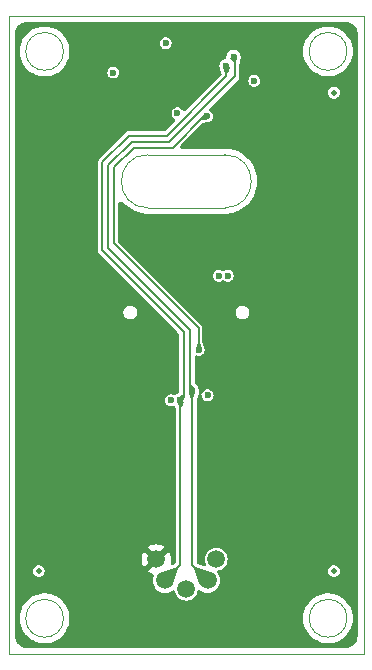
<source format=gbr>
%TF.GenerationSoftware,KiCad,Pcbnew,8.0.4*%
%TF.CreationDate,2024-11-15T13:14:51-06:00*%
%TF.ProjectId,BM_DepthIMU_v2,424d5f44-6570-4746-9849-4d555f76322e,rev?*%
%TF.SameCoordinates,Original*%
%TF.FileFunction,Copper,L4,Bot*%
%TF.FilePolarity,Positive*%
%FSLAX46Y46*%
G04 Gerber Fmt 4.6, Leading zero omitted, Abs format (unit mm)*
G04 Created by KiCad (PCBNEW 8.0.4) date 2024-11-15 13:14:51*
%MOMM*%
%LPD*%
G01*
G04 APERTURE LIST*
%TA.AperFunction,SMDPad,CuDef*%
%ADD10C,0.500000*%
%TD*%
%TA.AperFunction,ComponentPad*%
%ADD11C,1.500000*%
%TD*%
%TA.AperFunction,ViaPad*%
%ADD12C,0.600000*%
%TD*%
%TA.AperFunction,Conductor*%
%ADD13C,0.200000*%
%TD*%
%TA.AperFunction,Profile*%
%ADD14C,0.050000*%
%TD*%
G04 APERTURE END LIST*
D10*
%TO.P,FD5,*%
%TO.N,*%
X162590000Y-115500000D03*
%TD*%
%TO.P,FD6,*%
%TO.N,*%
X162590000Y-75000000D03*
%TD*%
%TO.P,FD4,*%
%TO.N,*%
X137590000Y-115500000D03*
%TD*%
D11*
%TO.P,U2,1,EOC*%
%TO.N,EOC*%
X152630000Y-114500000D03*
%TO.P,U2,2,SDA*%
%TO.N,SDA*%
X151885000Y-116295000D03*
%TO.P,U2,3,SUP*%
%TO.N,+3.3V*%
X150090000Y-117040000D03*
%TO.P,U2,4,SCL*%
%TO.N,SLC*%
X148295000Y-116295000D03*
%TO.P,U2,5,GND*%
%TO.N,GND*%
X147550000Y-114500000D03*
%TD*%
D12*
%TO.N,GND*%
X142590000Y-89750000D03*
X145090000Y-85750000D03*
X148090000Y-86250000D03*
X151340000Y-86250000D03*
X155590000Y-85500000D03*
X156840000Y-82250000D03*
X154840000Y-79250000D03*
X146390000Y-102050000D03*
X153590000Y-95500000D03*
X141540000Y-119500000D03*
X159590000Y-73500000D03*
X159090000Y-95500000D03*
X159590000Y-117000000D03*
X158590000Y-119500000D03*
X152090000Y-94250000D03*
X148840000Y-73500000D03*
X147840000Y-95250000D03*
X159090000Y-88000000D03*
X141090000Y-94500000D03*
X159090000Y-94500000D03*
X146590000Y-72200000D03*
X141090000Y-96500000D03*
X140590000Y-74000000D03*
X151290000Y-73476471D03*
X146340000Y-88250000D03*
X151790000Y-90500000D03*
X159090000Y-96500000D03*
X148990000Y-90500000D03*
X142440000Y-105150000D03*
X149590000Y-70750000D03*
X148590000Y-112000000D03*
X141590000Y-71500000D03*
X148190000Y-90500000D03*
X141090000Y-95500000D03*
X151040000Y-90500000D03*
X159940000Y-105300000D03*
X140590000Y-117000000D03*
X141340000Y-86250000D03*
X158590000Y-71500000D03*
X138090000Y-75000000D03*
X160840000Y-81500000D03*
X150090000Y-72850000D03*
X158340000Y-111250000D03*
X150090000Y-74150000D03*
X141340000Y-82250000D03*
X143090000Y-79000000D03*
X145190000Y-71450000D03*
X155040000Y-76300000D03*
X145640000Y-112300000D03*
X146840000Y-76250000D03*
X154640000Y-101750000D03*
X151590000Y-79000000D03*
%TO.N,+3.3V*%
X155840000Y-74000000D03*
X148789997Y-101050000D03*
X153590000Y-90500000D03*
X148340000Y-70800000D03*
X143905667Y-73289626D03*
X151886321Y-100620210D03*
X152840000Y-90500000D03*
X149340000Y-76750000D03*
%TO.N,SDA*%
X154090000Y-71950000D03*
X150590000Y-100300000D03*
%TO.N,SLC*%
X149590000Y-101050000D03*
X153490000Y-72750000D03*
%TO.N,~{IMU_INT}*%
X151140000Y-96750000D03*
X151840000Y-77000000D03*
%TD*%
D13*
%TO.N,~{IMU_INT}*%
X143987409Y-87745938D02*
X151140000Y-94898529D01*
X145655825Y-79650000D02*
X143987409Y-81318416D01*
X151140000Y-94898529D02*
X151140000Y-96750000D01*
X151590000Y-77000000D02*
X148940000Y-79650000D01*
X148940000Y-79650000D02*
X145655825Y-79650000D01*
X143987409Y-81318416D02*
X143987409Y-87745938D01*
X151840000Y-77000000D02*
X151590000Y-77000000D01*
%TO.N,SDA*%
X150440000Y-100150000D02*
X150590000Y-100300000D01*
X143487409Y-88147409D02*
X150440000Y-95100000D01*
X143487409Y-81111309D02*
X143487409Y-88147409D01*
X145448718Y-79150000D02*
X143487409Y-81111309D01*
X148637056Y-79150000D02*
X145448718Y-79150000D01*
X154190000Y-73597056D02*
X148637056Y-79150000D01*
X154190000Y-72050000D02*
X154190000Y-73597056D01*
X154090000Y-71950000D02*
X154190000Y-72050000D01*
X150440000Y-95100000D02*
X150440000Y-100150000D01*
%TO.N,SLC*%
X148433503Y-78646447D02*
X148340000Y-78646447D01*
X153490000Y-73589950D02*
X148433503Y-78646447D01*
X148340000Y-78646447D02*
X145245164Y-78646447D01*
X153490000Y-72750000D02*
X153490000Y-73589950D01*
X149861447Y-100778553D02*
X149861447Y-95228553D01*
X149590000Y-101050000D02*
X149861447Y-100778553D01*
X142987409Y-88354515D02*
X149861447Y-95228553D01*
X142987409Y-80904202D02*
X142987409Y-88354515D01*
X145245164Y-78646447D02*
X142987409Y-80904202D01*
%TO.N,SDA*%
X154063529Y-71976471D02*
X154090000Y-71950000D01*
X150590000Y-115000000D02*
X150590000Y-100300000D01*
X151885000Y-116295000D02*
X150590000Y-115000000D01*
%TO.N,SLC*%
X149590000Y-101050000D02*
X149590000Y-115000000D01*
X149590000Y-115000000D02*
X148295000Y-116295000D01*
%TD*%
%TA.AperFunction,Conductor*%
%TO.N,GND*%
G36*
X163601137Y-69001096D02*
G01*
X163772941Y-69018018D01*
X163796769Y-69022757D01*
X163961001Y-69072576D01*
X163983453Y-69081877D01*
X164134798Y-69162772D01*
X164155010Y-69176277D01*
X164287666Y-69285145D01*
X164304854Y-69302333D01*
X164413722Y-69434989D01*
X164427227Y-69455201D01*
X164508121Y-69606543D01*
X164517424Y-69629001D01*
X164567240Y-69793224D01*
X164571982Y-69817064D01*
X164586663Y-69966123D01*
X164588903Y-69988860D01*
X164589500Y-70001015D01*
X164589500Y-120998983D01*
X164588903Y-121011137D01*
X164571982Y-121182934D01*
X164567240Y-121206775D01*
X164517424Y-121370998D01*
X164508121Y-121393456D01*
X164427227Y-121544798D01*
X164413722Y-121565010D01*
X164304854Y-121697666D01*
X164287666Y-121714854D01*
X164155010Y-121823722D01*
X164134798Y-121837227D01*
X163983456Y-121918121D01*
X163960998Y-121927424D01*
X163796775Y-121977240D01*
X163772935Y-121981982D01*
X163667046Y-121992411D01*
X163601136Y-121998903D01*
X163588984Y-121999500D01*
X136591016Y-121999500D01*
X136578862Y-121998903D01*
X136407065Y-121981982D01*
X136383224Y-121977240D01*
X136219001Y-121927424D01*
X136196543Y-121918121D01*
X136045201Y-121837227D01*
X136024989Y-121823722D01*
X135892333Y-121714854D01*
X135875145Y-121697666D01*
X135766277Y-121565010D01*
X135752772Y-121544798D01*
X135671878Y-121393456D01*
X135662575Y-121370998D01*
X135662080Y-121369365D01*
X135612757Y-121206769D01*
X135608018Y-121182941D01*
X135591097Y-121011137D01*
X135590500Y-120998983D01*
X135590500Y-119500000D01*
X135984592Y-119500000D01*
X136004201Y-119786680D01*
X136062666Y-120068034D01*
X136062667Y-120068037D01*
X136158894Y-120338793D01*
X136158893Y-120338793D01*
X136291098Y-120593935D01*
X136456812Y-120828700D01*
X136541923Y-120919831D01*
X136652947Y-121038708D01*
X136830225Y-121182934D01*
X136875853Y-121220055D01*
X137121382Y-121369365D01*
X137308237Y-121450526D01*
X137384942Y-121483844D01*
X137661642Y-121561371D01*
X137911920Y-121595771D01*
X137946321Y-121600500D01*
X137946322Y-121600500D01*
X138233679Y-121600500D01*
X138264370Y-121596281D01*
X138518358Y-121561371D01*
X138795058Y-121483844D01*
X139003153Y-121393456D01*
X139058617Y-121369365D01*
X139058620Y-121369363D01*
X139058625Y-121369361D01*
X139304147Y-121220055D01*
X139527053Y-121038708D01*
X139723189Y-120828698D01*
X139888901Y-120593936D01*
X140021104Y-120338797D01*
X140117334Y-120068032D01*
X140175798Y-119786686D01*
X140195408Y-119500000D01*
X159984592Y-119500000D01*
X160004201Y-119786680D01*
X160062666Y-120068034D01*
X160062667Y-120068037D01*
X160158894Y-120338793D01*
X160158893Y-120338793D01*
X160291098Y-120593935D01*
X160456812Y-120828700D01*
X160541923Y-120919831D01*
X160652947Y-121038708D01*
X160830225Y-121182934D01*
X160875853Y-121220055D01*
X161121382Y-121369365D01*
X161308237Y-121450526D01*
X161384942Y-121483844D01*
X161661642Y-121561371D01*
X161911920Y-121595771D01*
X161946321Y-121600500D01*
X161946322Y-121600500D01*
X162233679Y-121600500D01*
X162264370Y-121596281D01*
X162518358Y-121561371D01*
X162795058Y-121483844D01*
X163003153Y-121393456D01*
X163058617Y-121369365D01*
X163058620Y-121369363D01*
X163058625Y-121369361D01*
X163304147Y-121220055D01*
X163527053Y-121038708D01*
X163723189Y-120828698D01*
X163888901Y-120593936D01*
X164021104Y-120338797D01*
X164117334Y-120068032D01*
X164175798Y-119786686D01*
X164195408Y-119500000D01*
X164175798Y-119213314D01*
X164117334Y-118931968D01*
X164021105Y-118661206D01*
X164021106Y-118661206D01*
X163888901Y-118406064D01*
X163723187Y-118171299D01*
X163644554Y-118087105D01*
X163527053Y-117961292D01*
X163304147Y-117779945D01*
X163304146Y-117779944D01*
X163058617Y-117630634D01*
X162795063Y-117516158D01*
X162795061Y-117516157D01*
X162795058Y-117516156D01*
X162665578Y-117479877D01*
X162518364Y-117438630D01*
X162518359Y-117438629D01*
X162518358Y-117438629D01*
X162376018Y-117419064D01*
X162233679Y-117399500D01*
X162233678Y-117399500D01*
X161946322Y-117399500D01*
X161946321Y-117399500D01*
X161661642Y-117438629D01*
X161661635Y-117438630D01*
X161453861Y-117496845D01*
X161384942Y-117516156D01*
X161384939Y-117516156D01*
X161384936Y-117516158D01*
X161384935Y-117516158D01*
X161121382Y-117630634D01*
X160875853Y-117779944D01*
X160652950Y-117961289D01*
X160456812Y-118171299D01*
X160291098Y-118406064D01*
X160158894Y-118661206D01*
X160062667Y-118931962D01*
X160062666Y-118931965D01*
X160004201Y-119213319D01*
X159984592Y-119500000D01*
X140195408Y-119500000D01*
X140175798Y-119213314D01*
X140117334Y-118931968D01*
X140021105Y-118661206D01*
X140021106Y-118661206D01*
X139888901Y-118406064D01*
X139723187Y-118171299D01*
X139644554Y-118087105D01*
X139527053Y-117961292D01*
X139304147Y-117779945D01*
X139304146Y-117779944D01*
X139058617Y-117630634D01*
X138795063Y-117516158D01*
X138795061Y-117516157D01*
X138795058Y-117516156D01*
X138665578Y-117479877D01*
X138518364Y-117438630D01*
X138518359Y-117438629D01*
X138518358Y-117438629D01*
X138376018Y-117419064D01*
X138233679Y-117399500D01*
X138233678Y-117399500D01*
X137946322Y-117399500D01*
X137946321Y-117399500D01*
X137661642Y-117438629D01*
X137661635Y-117438630D01*
X137453861Y-117496845D01*
X137384942Y-117516156D01*
X137384939Y-117516156D01*
X137384936Y-117516158D01*
X137384935Y-117516158D01*
X137121382Y-117630634D01*
X136875853Y-117779944D01*
X136652950Y-117961289D01*
X136456812Y-118171299D01*
X136291098Y-118406064D01*
X136158894Y-118661206D01*
X136062667Y-118931962D01*
X136062666Y-118931965D01*
X136004201Y-119213319D01*
X135984592Y-119500000D01*
X135590500Y-119500000D01*
X135590500Y-115500000D01*
X137084353Y-115500000D01*
X137104834Y-115642456D01*
X137135019Y-115708550D01*
X137164623Y-115773373D01*
X137258872Y-115882143D01*
X137379947Y-115959953D01*
X137379950Y-115959954D01*
X137379949Y-115959954D01*
X137518036Y-116000499D01*
X137518038Y-116000500D01*
X137518039Y-116000500D01*
X137661962Y-116000500D01*
X137661962Y-116000499D01*
X137800053Y-115959953D01*
X137921128Y-115882143D01*
X138015377Y-115773373D01*
X138075165Y-115642457D01*
X138095647Y-115500000D01*
X138075165Y-115357543D01*
X138015377Y-115226627D01*
X137921128Y-115117857D01*
X137800053Y-115040047D01*
X137800051Y-115040046D01*
X137800049Y-115040045D01*
X137800050Y-115040045D01*
X137661963Y-114999500D01*
X137661961Y-114999500D01*
X137518039Y-114999500D01*
X137518036Y-114999500D01*
X137379949Y-115040045D01*
X137258873Y-115117856D01*
X137164623Y-115226626D01*
X137164622Y-115226628D01*
X137104834Y-115357543D01*
X137084353Y-115500000D01*
X135590500Y-115500000D01*
X135590500Y-114499999D01*
X146295225Y-114499999D01*
X146295225Y-114500000D01*
X146314287Y-114717884D01*
X146314289Y-114717894D01*
X146370894Y-114929150D01*
X146370898Y-114929159D01*
X146463333Y-115127387D01*
X146506874Y-115189571D01*
X147196446Y-114500000D01*
X146506874Y-113810428D01*
X146463333Y-113872613D01*
X146370898Y-114070840D01*
X146370894Y-114070849D01*
X146314289Y-114282105D01*
X146314287Y-114282115D01*
X146295225Y-114499999D01*
X135590500Y-114499999D01*
X135590500Y-113456874D01*
X146860428Y-113456874D01*
X147550000Y-114146446D01*
X147550001Y-114146446D01*
X148239571Y-113456874D01*
X148177387Y-113413333D01*
X147979159Y-113320898D01*
X147979150Y-113320894D01*
X147767894Y-113264289D01*
X147767884Y-113264287D01*
X147550001Y-113245225D01*
X147549999Y-113245225D01*
X147332115Y-113264287D01*
X147332105Y-113264289D01*
X147120849Y-113320894D01*
X147120840Y-113320898D01*
X146922613Y-113413333D01*
X146860428Y-113456874D01*
X135590500Y-113456874D01*
X135590500Y-93524234D01*
X144764500Y-93524234D01*
X144764500Y-93675765D01*
X144803719Y-93822136D01*
X144841602Y-93887750D01*
X144879485Y-93953365D01*
X144986635Y-94060515D01*
X145117865Y-94136281D01*
X145264234Y-94175500D01*
X145264236Y-94175500D01*
X145415764Y-94175500D01*
X145415766Y-94175500D01*
X145562135Y-94136281D01*
X145693365Y-94060515D01*
X145800515Y-93953365D01*
X145876281Y-93822135D01*
X145915500Y-93675766D01*
X145915500Y-93524234D01*
X145876281Y-93377865D01*
X145800515Y-93246635D01*
X145693365Y-93139485D01*
X145627750Y-93101602D01*
X145562136Y-93063719D01*
X145488950Y-93044109D01*
X145415766Y-93024500D01*
X145264234Y-93024500D01*
X145117863Y-93063719D01*
X144986635Y-93139485D01*
X144986632Y-93139487D01*
X144879487Y-93246632D01*
X144879485Y-93246635D01*
X144803719Y-93377863D01*
X144764500Y-93524234D01*
X135590500Y-93524234D01*
X135590500Y-80851475D01*
X142586909Y-80851475D01*
X142586909Y-88407241D01*
X142614202Y-88509104D01*
X142640565Y-88554765D01*
X142666929Y-88600428D01*
X142666930Y-88600429D01*
X142666931Y-88600430D01*
X149424628Y-95358126D01*
X149458113Y-95419449D01*
X149460947Y-95445807D01*
X149460947Y-100338494D01*
X149441262Y-100405533D01*
X149409271Y-100439217D01*
X149302374Y-100515974D01*
X149292070Y-100522627D01*
X149287158Y-100525463D01*
X149259524Y-100546666D01*
X149256371Y-100549007D01*
X149210841Y-100581702D01*
X149191569Y-100596743D01*
X149190154Y-100597942D01*
X149190140Y-100597954D01*
X149188455Y-100599538D01*
X149126117Y-100631094D01*
X149056615Y-100623937D01*
X149036514Y-100613480D01*
X149000050Y-100590046D01*
X149000047Y-100590045D01*
X148861960Y-100549500D01*
X148861958Y-100549500D01*
X148718036Y-100549500D01*
X148718033Y-100549500D01*
X148579946Y-100590045D01*
X148458870Y-100667856D01*
X148364620Y-100776626D01*
X148364619Y-100776628D01*
X148304831Y-100907543D01*
X148284350Y-101050000D01*
X148304831Y-101192456D01*
X148344852Y-101280088D01*
X148364620Y-101323373D01*
X148458869Y-101432143D01*
X148579944Y-101509953D01*
X148579947Y-101509954D01*
X148579946Y-101509954D01*
X148718033Y-101550499D01*
X148718035Y-101550500D01*
X148718036Y-101550500D01*
X148861958Y-101550500D01*
X148991096Y-101512582D01*
X149060965Y-101512582D01*
X149119743Y-101550356D01*
X149142508Y-101589028D01*
X149181978Y-101697122D01*
X149189500Y-101739653D01*
X149189500Y-114782745D01*
X149169815Y-114849784D01*
X149153172Y-114870434D01*
X149151530Y-114872077D01*
X149149937Y-114873670D01*
X149102538Y-114903254D01*
X148919248Y-114966188D01*
X148849449Y-114969342D01*
X148789026Y-114934258D01*
X148757163Y-114872077D01*
X148759204Y-114816815D01*
X148785711Y-114717890D01*
X148785712Y-114717884D01*
X148804775Y-114500000D01*
X148804775Y-114499999D01*
X148785712Y-114282115D01*
X148785710Y-114282105D01*
X148729105Y-114070849D01*
X148729101Y-114070840D01*
X148636667Y-113872614D01*
X148636666Y-113872612D01*
X148593124Y-113810428D01*
X148593124Y-113810427D01*
X147844855Y-114558697D01*
X147850000Y-114539496D01*
X147850000Y-114460504D01*
X147829556Y-114384204D01*
X147790060Y-114315795D01*
X147734205Y-114259940D01*
X147665796Y-114220444D01*
X147589496Y-114200000D01*
X147510504Y-114200000D01*
X147434204Y-114220444D01*
X147365795Y-114259940D01*
X147309940Y-114315795D01*
X147270444Y-114384204D01*
X147250000Y-114460504D01*
X147250000Y-114539496D01*
X147270444Y-114615796D01*
X147309940Y-114684205D01*
X147365795Y-114740060D01*
X147434204Y-114779556D01*
X147510504Y-114800000D01*
X147589496Y-114800000D01*
X147608697Y-114794855D01*
X147550000Y-114853553D01*
X146860427Y-115543124D01*
X146922612Y-115586666D01*
X147120840Y-115679101D01*
X147120849Y-115679105D01*
X147243024Y-115711841D01*
X147302684Y-115748205D01*
X147333214Y-115811052D01*
X147324920Y-115880428D01*
X147320294Y-115890061D01*
X147319770Y-115891040D01*
X147319770Y-115891041D01*
X147259699Y-116089067D01*
X147239417Y-116295000D01*
X147259699Y-116500932D01*
X147259700Y-116500934D01*
X147319768Y-116698954D01*
X147417315Y-116881450D01*
X147451969Y-116923677D01*
X147548589Y-117041410D01*
X147622378Y-117101966D01*
X147708550Y-117172685D01*
X147891046Y-117270232D01*
X148089066Y-117330300D01*
X148089065Y-117330300D01*
X148107529Y-117332118D01*
X148295000Y-117350583D01*
X148500934Y-117330300D01*
X148698954Y-117270232D01*
X148881450Y-117172685D01*
X148948708Y-117117487D01*
X149013018Y-117090175D01*
X149081886Y-117101966D01*
X149133446Y-117149118D01*
X149150776Y-117201185D01*
X149153253Y-117226332D01*
X149153253Y-117226333D01*
X149207604Y-117405502D01*
X149295862Y-117570623D01*
X149295864Y-117570626D01*
X149414642Y-117715357D01*
X149559373Y-117834135D01*
X149559376Y-117834137D01*
X149724497Y-117922395D01*
X149724499Y-117922396D01*
X149903666Y-117976746D01*
X149903668Y-117976747D01*
X149920374Y-117978392D01*
X150090000Y-117995099D01*
X150276331Y-117976747D01*
X150455501Y-117922396D01*
X150620625Y-117834136D01*
X150765357Y-117715357D01*
X150884136Y-117570625D01*
X150972396Y-117405501D01*
X151026747Y-117226331D01*
X151029223Y-117201188D01*
X151055382Y-117136402D01*
X151112416Y-117096042D01*
X151182216Y-117092923D01*
X151231290Y-117117487D01*
X151254339Y-117136402D01*
X151298550Y-117172685D01*
X151481046Y-117270232D01*
X151679066Y-117330300D01*
X151679065Y-117330300D01*
X151697529Y-117332118D01*
X151885000Y-117350583D01*
X152090934Y-117330300D01*
X152288954Y-117270232D01*
X152471450Y-117172685D01*
X152631410Y-117041410D01*
X152762685Y-116881450D01*
X152860232Y-116698954D01*
X152920300Y-116500934D01*
X152940583Y-116295000D01*
X152920300Y-116089066D01*
X152860232Y-115891046D01*
X152762685Y-115708550D01*
X152734819Y-115674595D01*
X152707487Y-115641290D01*
X152680175Y-115576980D01*
X152691966Y-115508113D01*
X152699386Y-115500000D01*
X162084353Y-115500000D01*
X162104834Y-115642456D01*
X162135019Y-115708550D01*
X162164623Y-115773373D01*
X162258872Y-115882143D01*
X162379947Y-115959953D01*
X162379950Y-115959954D01*
X162379949Y-115959954D01*
X162518036Y-116000499D01*
X162518038Y-116000500D01*
X162518039Y-116000500D01*
X162661962Y-116000500D01*
X162661962Y-116000499D01*
X162800053Y-115959953D01*
X162921128Y-115882143D01*
X163015377Y-115773373D01*
X163075165Y-115642457D01*
X163095647Y-115500000D01*
X163075165Y-115357543D01*
X163015377Y-115226627D01*
X162921128Y-115117857D01*
X162800053Y-115040047D01*
X162800051Y-115040046D01*
X162800049Y-115040045D01*
X162800050Y-115040045D01*
X162661963Y-114999500D01*
X162661961Y-114999500D01*
X162518039Y-114999500D01*
X162518036Y-114999500D01*
X162379949Y-115040045D01*
X162258873Y-115117856D01*
X162164623Y-115226626D01*
X162164622Y-115226628D01*
X162104834Y-115357543D01*
X162084353Y-115500000D01*
X152699386Y-115500000D01*
X152739119Y-115456553D01*
X152791187Y-115439223D01*
X152816331Y-115436747D01*
X152995501Y-115382396D01*
X153160625Y-115294136D01*
X153305357Y-115175357D01*
X153424136Y-115030625D01*
X153512396Y-114865501D01*
X153566747Y-114686331D01*
X153585099Y-114500000D01*
X153566747Y-114313669D01*
X153512396Y-114134499D01*
X153424136Y-113969375D01*
X153424135Y-113969373D01*
X153305357Y-113824642D01*
X153160626Y-113705864D01*
X153160623Y-113705862D01*
X152995502Y-113617604D01*
X152816333Y-113563253D01*
X152816331Y-113563252D01*
X152630000Y-113544901D01*
X152443668Y-113563252D01*
X152443666Y-113563253D01*
X152264497Y-113617604D01*
X152099376Y-113705862D01*
X152099373Y-113705864D01*
X151954642Y-113824642D01*
X151835864Y-113969373D01*
X151835862Y-113969376D01*
X151747604Y-114134497D01*
X151693253Y-114313666D01*
X151693252Y-114313668D01*
X151674901Y-114500000D01*
X151693252Y-114686331D01*
X151693253Y-114686333D01*
X151747604Y-114865502D01*
X151774279Y-114915408D01*
X151788521Y-114983811D01*
X151763521Y-115049055D01*
X151707216Y-115090425D01*
X151637482Y-115094787D01*
X151624652Y-115091140D01*
X151077464Y-114903256D01*
X151030052Y-114873658D01*
X151026819Y-114870425D01*
X150993334Y-114809102D01*
X150990500Y-114782744D01*
X150990500Y-100989653D01*
X150998022Y-100947122D01*
X151060276Y-100776628D01*
X151142819Y-100550570D01*
X151183129Y-100495940D01*
X151330213Y-100495940D01*
X151367714Y-100532927D01*
X151383037Y-100601096D01*
X151382034Y-100610744D01*
X151380674Y-100620206D01*
X151380674Y-100620209D01*
X151401155Y-100762666D01*
X151460943Y-100893581D01*
X151460944Y-100893583D01*
X151555193Y-101002353D01*
X151676268Y-101080163D01*
X151676271Y-101080164D01*
X151676270Y-101080164D01*
X151814357Y-101120709D01*
X151814359Y-101120710D01*
X151814360Y-101120710D01*
X151958283Y-101120710D01*
X151958283Y-101120709D01*
X152096374Y-101080163D01*
X152217449Y-101002353D01*
X152311698Y-100893583D01*
X152371486Y-100762667D01*
X152391968Y-100620210D01*
X152371486Y-100477753D01*
X152311698Y-100346837D01*
X152217449Y-100238067D01*
X152096374Y-100160257D01*
X152096372Y-100160256D01*
X152096370Y-100160255D01*
X152096371Y-100160255D01*
X151958284Y-100119710D01*
X151958282Y-100119710D01*
X151814360Y-100119710D01*
X151814357Y-100119710D01*
X151676270Y-100160255D01*
X151555194Y-100238066D01*
X151460944Y-100346836D01*
X151423313Y-100429236D01*
X151377557Y-100482039D01*
X151330213Y-100495940D01*
X151183129Y-100495940D01*
X151184301Y-100494352D01*
X151236817Y-100474350D01*
X151197724Y-100429233D01*
X151187580Y-100361538D01*
X151195682Y-100300000D01*
X151187528Y-100238067D01*
X151181923Y-100195492D01*
X151175044Y-100143238D01*
X151114536Y-99997159D01*
X151114535Y-99997158D01*
X151114535Y-99997157D01*
X151051222Y-99914646D01*
X151039036Y-99895302D01*
X151038738Y-99894717D01*
X151038240Y-99893735D01*
X150866135Y-99669509D01*
X150840931Y-99604344D01*
X150840500Y-99594009D01*
X150840500Y-97349333D01*
X150860185Y-97282294D01*
X150912989Y-97236539D01*
X150982147Y-97226595D01*
X150999431Y-97230355D01*
X151020492Y-97236539D01*
X151068038Y-97250500D01*
X151068039Y-97250500D01*
X151211962Y-97250500D01*
X151211962Y-97250499D01*
X151350053Y-97209953D01*
X151471128Y-97132143D01*
X151565377Y-97023373D01*
X151625165Y-96892457D01*
X151645647Y-96750000D01*
X151625165Y-96607543D01*
X151616334Y-96588207D01*
X151607914Y-96560099D01*
X151607882Y-96560108D01*
X151607670Y-96559285D01*
X151606593Y-96555692D01*
X151606364Y-96554209D01*
X151448022Y-96120561D01*
X151440500Y-96078030D01*
X151440500Y-94858968D01*
X151420020Y-94782538D01*
X151420017Y-94782533D01*
X151380464Y-94714024D01*
X151380458Y-94714016D01*
X150190676Y-93524234D01*
X154264500Y-93524234D01*
X154264500Y-93675765D01*
X154303719Y-93822136D01*
X154341602Y-93887750D01*
X154379485Y-93953365D01*
X154486635Y-94060515D01*
X154617865Y-94136281D01*
X154764234Y-94175500D01*
X154764236Y-94175500D01*
X154915764Y-94175500D01*
X154915766Y-94175500D01*
X155062135Y-94136281D01*
X155193365Y-94060515D01*
X155300515Y-93953365D01*
X155376281Y-93822135D01*
X155415500Y-93675766D01*
X155415500Y-93524234D01*
X155376281Y-93377865D01*
X155300515Y-93246635D01*
X155193365Y-93139485D01*
X155127750Y-93101602D01*
X155062136Y-93063719D01*
X154988950Y-93044109D01*
X154915766Y-93024500D01*
X154764234Y-93024500D01*
X154617863Y-93063719D01*
X154486635Y-93139485D01*
X154486632Y-93139487D01*
X154379487Y-93246632D01*
X154379485Y-93246635D01*
X154303719Y-93377863D01*
X154264500Y-93524234D01*
X150190676Y-93524234D01*
X147166442Y-90500000D01*
X152334353Y-90500000D01*
X152354834Y-90642456D01*
X152414622Y-90773371D01*
X152414623Y-90773373D01*
X152508872Y-90882143D01*
X152629947Y-90959953D01*
X152629950Y-90959954D01*
X152629949Y-90959954D01*
X152768036Y-91000499D01*
X152768038Y-91000500D01*
X152768039Y-91000500D01*
X152911962Y-91000500D01*
X152911962Y-91000499D01*
X153050053Y-90959953D01*
X153147960Y-90897031D01*
X153215000Y-90877347D01*
X153282039Y-90897032D01*
X153282040Y-90897032D01*
X153379947Y-90959953D01*
X153379948Y-90959953D01*
X153379949Y-90959954D01*
X153518036Y-91000499D01*
X153518038Y-91000500D01*
X153518039Y-91000500D01*
X153661962Y-91000500D01*
X153661962Y-91000499D01*
X153800053Y-90959953D01*
X153921128Y-90882143D01*
X154015377Y-90773373D01*
X154075165Y-90642457D01*
X154095647Y-90500000D01*
X154075165Y-90357543D01*
X154015377Y-90226627D01*
X153921128Y-90117857D01*
X153800053Y-90040047D01*
X153800051Y-90040046D01*
X153800049Y-90040045D01*
X153800050Y-90040045D01*
X153661963Y-89999500D01*
X153661961Y-89999500D01*
X153518039Y-89999500D01*
X153518036Y-89999500D01*
X153379949Y-90040045D01*
X153282039Y-90102968D01*
X153214999Y-90122652D01*
X153147961Y-90102968D01*
X153050050Y-90040045D01*
X152911963Y-89999500D01*
X152911961Y-89999500D01*
X152768039Y-89999500D01*
X152768036Y-89999500D01*
X152629949Y-90040045D01*
X152508873Y-90117856D01*
X152414623Y-90226626D01*
X152414622Y-90226628D01*
X152354834Y-90357543D01*
X152334353Y-90500000D01*
X147166442Y-90500000D01*
X144324228Y-87657786D01*
X144290743Y-87596463D01*
X144287909Y-87570105D01*
X144287909Y-84374000D01*
X144307594Y-84306961D01*
X144360398Y-84261206D01*
X144411909Y-84250000D01*
X144656140Y-84250000D01*
X144723179Y-84269685D01*
X144746331Y-84288904D01*
X144949294Y-84504031D01*
X144949300Y-84504036D01*
X144949302Y-84504038D01*
X145194724Y-84709973D01*
X145194727Y-84709975D01*
X145194732Y-84709979D01*
X145462420Y-84886039D01*
X145748736Y-85029833D01*
X146049811Y-85139415D01*
X146049817Y-85139416D01*
X146049819Y-85139417D01*
X146361555Y-85213301D01*
X146361562Y-85213302D01*
X146361571Y-85213304D01*
X146679802Y-85250500D01*
X146679809Y-85250500D01*
X153500191Y-85250500D01*
X153500198Y-85250500D01*
X153818429Y-85213304D01*
X153818438Y-85213301D01*
X153818444Y-85213301D01*
X154069905Y-85153702D01*
X154130189Y-85139415D01*
X154431264Y-85029833D01*
X154717580Y-84886039D01*
X154985268Y-84709979D01*
X155230706Y-84504031D01*
X155450576Y-84270983D01*
X155641903Y-84013986D01*
X155802102Y-83736514D01*
X155929004Y-83442321D01*
X156020895Y-83135384D01*
X156076532Y-82819855D01*
X156095161Y-82500000D01*
X156076532Y-82180145D01*
X156046021Y-82007109D01*
X156020898Y-81864630D01*
X156020896Y-81864624D01*
X156020895Y-81864616D01*
X155929004Y-81557679D01*
X155802102Y-81263486D01*
X155641903Y-80986014D01*
X155541743Y-80851475D01*
X155450579Y-80729020D01*
X155450574Y-80729014D01*
X155344260Y-80616329D01*
X155230706Y-80495969D01*
X155230699Y-80495963D01*
X155230697Y-80495961D01*
X154985271Y-80290023D01*
X154985268Y-80290021D01*
X154717581Y-80113961D01*
X154712729Y-80111524D01*
X154431271Y-79970170D01*
X154431265Y-79970167D01*
X154130201Y-79860589D01*
X154130180Y-79860582D01*
X153818444Y-79786698D01*
X153818429Y-79786696D01*
X153500198Y-79749500D01*
X153500191Y-79749500D01*
X149714000Y-79749500D01*
X149646961Y-79729815D01*
X149601206Y-79677011D01*
X149590000Y-79625500D01*
X149590000Y-79476332D01*
X149609685Y-79409293D01*
X149626314Y-79388656D01*
X151455821Y-77559148D01*
X151517142Y-77525665D01*
X151536473Y-77523031D01*
X151769790Y-77509808D01*
X151840602Y-77505796D01*
X151840604Y-77505795D01*
X151840615Y-77505795D01*
X151845128Y-77504699D01*
X151848010Y-77504000D01*
X151877262Y-77500500D01*
X151911962Y-77500500D01*
X151911962Y-77500499D01*
X152050053Y-77459953D01*
X152171128Y-77382143D01*
X152265377Y-77273373D01*
X152325165Y-77142457D01*
X152345647Y-77000000D01*
X152325165Y-76857543D01*
X152265377Y-76726627D01*
X152171128Y-76617857D01*
X152050053Y-76540047D01*
X152050051Y-76540046D01*
X152050049Y-76540045D01*
X152050045Y-76540043D01*
X152050040Y-76540039D01*
X152042593Y-76535253D01*
X152043281Y-76534181D01*
X151997242Y-76494287D01*
X151977559Y-76427248D01*
X151997245Y-76360209D01*
X152013874Y-76339573D01*
X153353446Y-75000000D01*
X162084353Y-75000000D01*
X162104834Y-75142456D01*
X162164622Y-75273371D01*
X162164623Y-75273373D01*
X162258872Y-75382143D01*
X162379947Y-75459953D01*
X162379950Y-75459954D01*
X162379949Y-75459954D01*
X162518036Y-75500499D01*
X162518038Y-75500500D01*
X162518039Y-75500500D01*
X162661962Y-75500500D01*
X162661962Y-75500499D01*
X162800053Y-75459953D01*
X162921128Y-75382143D01*
X163015377Y-75273373D01*
X163075165Y-75142457D01*
X163095647Y-75000000D01*
X163075165Y-74857543D01*
X163015377Y-74726627D01*
X162921128Y-74617857D01*
X162800053Y-74540047D01*
X162800051Y-74540046D01*
X162800049Y-74540045D01*
X162800050Y-74540045D01*
X162661963Y-74499500D01*
X162661961Y-74499500D01*
X162518039Y-74499500D01*
X162518036Y-74499500D01*
X162379949Y-74540045D01*
X162258873Y-74617856D01*
X162164623Y-74726626D01*
X162164622Y-74726628D01*
X162104834Y-74857543D01*
X162084353Y-75000000D01*
X153353446Y-75000000D01*
X154353446Y-74000000D01*
X155334353Y-74000000D01*
X155354834Y-74142456D01*
X155414622Y-74273371D01*
X155414623Y-74273373D01*
X155508872Y-74382143D01*
X155629947Y-74459953D01*
X155629950Y-74459954D01*
X155629949Y-74459954D01*
X155737107Y-74491417D01*
X155764633Y-74499500D01*
X155768036Y-74500499D01*
X155768038Y-74500500D01*
X155768039Y-74500500D01*
X155911962Y-74500500D01*
X155911962Y-74500499D01*
X156050053Y-74459953D01*
X156171128Y-74382143D01*
X156265377Y-74273373D01*
X156325165Y-74142457D01*
X156345647Y-74000000D01*
X156325165Y-73857543D01*
X156265377Y-73726627D01*
X156171128Y-73617857D01*
X156050053Y-73540047D01*
X156050051Y-73540046D01*
X156050049Y-73540045D01*
X156050050Y-73540045D01*
X155911963Y-73499500D01*
X155911961Y-73499500D01*
X155768039Y-73499500D01*
X155768036Y-73499500D01*
X155629949Y-73540045D01*
X155508873Y-73617856D01*
X155414623Y-73726626D01*
X155414622Y-73726628D01*
X155354834Y-73857543D01*
X155334353Y-74000000D01*
X154353446Y-74000000D01*
X154425703Y-73927743D01*
X154425708Y-73927740D01*
X154435911Y-73917536D01*
X154435913Y-73917536D01*
X154510480Y-73842969D01*
X154563207Y-73751643D01*
X154578353Y-73695118D01*
X154590501Y-73649783D01*
X154590501Y-73544329D01*
X154590501Y-73536734D01*
X154590500Y-73536716D01*
X154590500Y-72595863D01*
X154592302Y-72574799D01*
X154592734Y-72572294D01*
X154669165Y-72128904D01*
X154673274Y-72114710D01*
X154672938Y-72114620D01*
X154675039Y-72106773D01*
X154675044Y-72106762D01*
X154681393Y-72058524D01*
X154682118Y-72053756D01*
X154688708Y-72015538D01*
X154691992Y-71990187D01*
X154692162Y-71988238D01*
X154692479Y-71978810D01*
X154693470Y-71966796D01*
X154695682Y-71950001D01*
X154695682Y-71949998D01*
X154675044Y-71793239D01*
X154675044Y-71793238D01*
X154614536Y-71647159D01*
X154518282Y-71521718D01*
X154489978Y-71500000D01*
X159984592Y-71500000D01*
X160004201Y-71786680D01*
X160004201Y-71786684D01*
X160004202Y-71786686D01*
X160005564Y-71793238D01*
X160062666Y-72068034D01*
X160062667Y-72068037D01*
X160158894Y-72338793D01*
X160158893Y-72338793D01*
X160291098Y-72593935D01*
X160456812Y-72828700D01*
X160529718Y-72906762D01*
X160652947Y-73038708D01*
X160786264Y-73147169D01*
X160875853Y-73220055D01*
X161121382Y-73369365D01*
X161308237Y-73450526D01*
X161384942Y-73483844D01*
X161661642Y-73561371D01*
X161911920Y-73595771D01*
X161946321Y-73600500D01*
X161946322Y-73600500D01*
X162233679Y-73600500D01*
X162264370Y-73596281D01*
X162518358Y-73561371D01*
X162795058Y-73483844D01*
X162947112Y-73417798D01*
X163058617Y-73369365D01*
X163058620Y-73369363D01*
X163058625Y-73369361D01*
X163304147Y-73220055D01*
X163527053Y-73038708D01*
X163723189Y-72828698D01*
X163888901Y-72593936D01*
X164021104Y-72338797D01*
X164117334Y-72068032D01*
X164175798Y-71786686D01*
X164195408Y-71500000D01*
X164175798Y-71213314D01*
X164117334Y-70931968D01*
X164021105Y-70661206D01*
X164021106Y-70661206D01*
X163888901Y-70406064D01*
X163723187Y-70171299D01*
X163644554Y-70087105D01*
X163527053Y-69961292D01*
X163304147Y-69779945D01*
X163304146Y-69779944D01*
X163058617Y-69630634D01*
X162795063Y-69516158D01*
X162795061Y-69516157D01*
X162795058Y-69516156D01*
X162665578Y-69479877D01*
X162518364Y-69438630D01*
X162518359Y-69438629D01*
X162518358Y-69438629D01*
X162376018Y-69419064D01*
X162233679Y-69399500D01*
X162233678Y-69399500D01*
X161946322Y-69399500D01*
X161946321Y-69399500D01*
X161661642Y-69438629D01*
X161661635Y-69438630D01*
X161453861Y-69496845D01*
X161384942Y-69516156D01*
X161384939Y-69516156D01*
X161384936Y-69516158D01*
X161384935Y-69516158D01*
X161121382Y-69630634D01*
X160875853Y-69779944D01*
X160652950Y-69961289D01*
X160456812Y-70171299D01*
X160291098Y-70406064D01*
X160158894Y-70661206D01*
X160062667Y-70931962D01*
X160062666Y-70931965D01*
X160004201Y-71213319D01*
X159984592Y-71500000D01*
X154489978Y-71500000D01*
X154392841Y-71425464D01*
X154246762Y-71364956D01*
X154246760Y-71364955D01*
X154090001Y-71344318D01*
X154089999Y-71344318D01*
X153933239Y-71364955D01*
X153933237Y-71364956D01*
X153787160Y-71425463D01*
X153661718Y-71521718D01*
X153565463Y-71647160D01*
X153504956Y-71793237D01*
X153504955Y-71793239D01*
X153484318Y-71949998D01*
X153484318Y-71950001D01*
X153493376Y-72018803D01*
X153482610Y-72087838D01*
X153436230Y-72140094D01*
X153386624Y-72157927D01*
X153333238Y-72164956D01*
X153333237Y-72164956D01*
X153187160Y-72225463D01*
X153061718Y-72321718D01*
X152965463Y-72447160D01*
X152904956Y-72593237D01*
X152904955Y-72593239D01*
X152884318Y-72749998D01*
X152884318Y-72750001D01*
X152904956Y-72906763D01*
X152920487Y-72944258D01*
X152928235Y-72971301D01*
X152929700Y-72980084D01*
X153064068Y-73348073D01*
X153068571Y-73417798D01*
X153035271Y-73478285D01*
X149976796Y-76536760D01*
X149915473Y-76570245D01*
X149845781Y-76565261D01*
X149789848Y-76523389D01*
X149776321Y-76500590D01*
X149765379Y-76476630D01*
X149765376Y-76476626D01*
X149722590Y-76427248D01*
X149671128Y-76367857D01*
X149550053Y-76290047D01*
X149550051Y-76290046D01*
X149550049Y-76290045D01*
X149550050Y-76290045D01*
X149411963Y-76249500D01*
X149411961Y-76249500D01*
X149268039Y-76249500D01*
X149268036Y-76249500D01*
X149129949Y-76290045D01*
X149008873Y-76367856D01*
X148914623Y-76476626D01*
X148914622Y-76476628D01*
X148854834Y-76607543D01*
X148834353Y-76750000D01*
X148854834Y-76892456D01*
X148903949Y-77000000D01*
X148914623Y-77023373D01*
X149008872Y-77132143D01*
X149106215Y-77194701D01*
X149151970Y-77247505D01*
X149161914Y-77316664D01*
X149132889Y-77380219D01*
X149126857Y-77386698D01*
X148303929Y-78209628D01*
X148242606Y-78243113D01*
X148216248Y-78245947D01*
X145305503Y-78245947D01*
X145305487Y-78245946D01*
X145297891Y-78245946D01*
X145192437Y-78245946D01*
X145090576Y-78273240D01*
X145044914Y-78299603D01*
X144999251Y-78325967D01*
X144999248Y-78325969D01*
X142666931Y-80658286D01*
X142666927Y-80658292D01*
X142614201Y-80749615D01*
X142614200Y-80749617D01*
X142603159Y-80790827D01*
X142603159Y-80790829D01*
X142586909Y-80851475D01*
X135590500Y-80851475D01*
X135590500Y-71500000D01*
X135984592Y-71500000D01*
X136004201Y-71786680D01*
X136004201Y-71786684D01*
X136004202Y-71786686D01*
X136005564Y-71793238D01*
X136062666Y-72068034D01*
X136062667Y-72068037D01*
X136158894Y-72338793D01*
X136158893Y-72338793D01*
X136291098Y-72593935D01*
X136456812Y-72828700D01*
X136529718Y-72906762D01*
X136652947Y-73038708D01*
X136786264Y-73147169D01*
X136875853Y-73220055D01*
X137121382Y-73369365D01*
X137308237Y-73450526D01*
X137384942Y-73483844D01*
X137661642Y-73561371D01*
X137911920Y-73595771D01*
X137946321Y-73600500D01*
X137946322Y-73600500D01*
X138233679Y-73600500D01*
X138264370Y-73596281D01*
X138518358Y-73561371D01*
X138795058Y-73483844D01*
X138947112Y-73417798D01*
X139058617Y-73369365D01*
X139058620Y-73369363D01*
X139058625Y-73369361D01*
X139189743Y-73289626D01*
X143400020Y-73289626D01*
X143420501Y-73432082D01*
X143480289Y-73562997D01*
X143480290Y-73562999D01*
X143574539Y-73671769D01*
X143695614Y-73749579D01*
X143695617Y-73749580D01*
X143695616Y-73749580D01*
X143833703Y-73790125D01*
X143833705Y-73790126D01*
X143833706Y-73790126D01*
X143977629Y-73790126D01*
X143977629Y-73790125D01*
X144115720Y-73749579D01*
X144236795Y-73671769D01*
X144331044Y-73562999D01*
X144390832Y-73432083D01*
X144411314Y-73289626D01*
X144390832Y-73147169D01*
X144331044Y-73016253D01*
X144236795Y-72907483D01*
X144115720Y-72829673D01*
X144115718Y-72829672D01*
X144115716Y-72829671D01*
X144115717Y-72829671D01*
X143977630Y-72789126D01*
X143977628Y-72789126D01*
X143833706Y-72789126D01*
X143833703Y-72789126D01*
X143695616Y-72829671D01*
X143574540Y-72907482D01*
X143480290Y-73016252D01*
X143480289Y-73016254D01*
X143420501Y-73147169D01*
X143400020Y-73289626D01*
X139189743Y-73289626D01*
X139304147Y-73220055D01*
X139527053Y-73038708D01*
X139723189Y-72828698D01*
X139888901Y-72593936D01*
X140021104Y-72338797D01*
X140117334Y-72068032D01*
X140175798Y-71786686D01*
X140195408Y-71500000D01*
X140175798Y-71213314D01*
X140117334Y-70931968D01*
X140070432Y-70800000D01*
X147834353Y-70800000D01*
X147854834Y-70942456D01*
X147914622Y-71073371D01*
X147914623Y-71073373D01*
X148008872Y-71182143D01*
X148129947Y-71259953D01*
X148129950Y-71259954D01*
X148129949Y-71259954D01*
X148237107Y-71291417D01*
X148259412Y-71297967D01*
X148268036Y-71300499D01*
X148268038Y-71300500D01*
X148268039Y-71300500D01*
X148411962Y-71300500D01*
X148411962Y-71300499D01*
X148550053Y-71259953D01*
X148671128Y-71182143D01*
X148765377Y-71073373D01*
X148825165Y-70942457D01*
X148845647Y-70800000D01*
X148825165Y-70657543D01*
X148765377Y-70526627D01*
X148671128Y-70417857D01*
X148550053Y-70340047D01*
X148550051Y-70340046D01*
X148550049Y-70340045D01*
X148550050Y-70340045D01*
X148411963Y-70299500D01*
X148411961Y-70299500D01*
X148268039Y-70299500D01*
X148268036Y-70299500D01*
X148129949Y-70340045D01*
X148008873Y-70417856D01*
X147914623Y-70526626D01*
X147914622Y-70526628D01*
X147854834Y-70657543D01*
X147834353Y-70800000D01*
X140070432Y-70800000D01*
X140021105Y-70661206D01*
X140021106Y-70661206D01*
X139888901Y-70406064D01*
X139723187Y-70171299D01*
X139644554Y-70087105D01*
X139527053Y-69961292D01*
X139304147Y-69779945D01*
X139304146Y-69779944D01*
X139058617Y-69630634D01*
X138795063Y-69516158D01*
X138795061Y-69516157D01*
X138795058Y-69516156D01*
X138665578Y-69479877D01*
X138518364Y-69438630D01*
X138518359Y-69438629D01*
X138518358Y-69438629D01*
X138376018Y-69419064D01*
X138233679Y-69399500D01*
X138233678Y-69399500D01*
X137946322Y-69399500D01*
X137946321Y-69399500D01*
X137661642Y-69438629D01*
X137661635Y-69438630D01*
X137453861Y-69496845D01*
X137384942Y-69516156D01*
X137384939Y-69516156D01*
X137384936Y-69516158D01*
X137384935Y-69516158D01*
X137121382Y-69630634D01*
X136875853Y-69779944D01*
X136652950Y-69961289D01*
X136456812Y-70171299D01*
X136291098Y-70406064D01*
X136158894Y-70661206D01*
X136062667Y-70931962D01*
X136062666Y-70931965D01*
X136004201Y-71213319D01*
X135984592Y-71500000D01*
X135590500Y-71500000D01*
X135590500Y-70001015D01*
X135591097Y-69988861D01*
X135591097Y-69988860D01*
X135608018Y-69817056D01*
X135612757Y-69793232D01*
X135662577Y-69628994D01*
X135671875Y-69606549D01*
X135752775Y-69455195D01*
X135766272Y-69434995D01*
X135875149Y-69302328D01*
X135892328Y-69285149D01*
X136024995Y-69176272D01*
X136045195Y-69162775D01*
X136196549Y-69081875D01*
X136218994Y-69072577D01*
X136383232Y-69022757D01*
X136407056Y-69018018D01*
X136578862Y-69001096D01*
X136591016Y-69000500D01*
X163588984Y-69000500D01*
X163601137Y-69001096D01*
G37*
%TD.AperFunction*%
%TD*%
%TA.AperFunction,Conductor*%
%TO.N,~{IMU_INT}*%
G36*
X151240090Y-96153427D02*
G01*
X151242807Y-96157687D01*
X151413330Y-96624694D01*
X151412949Y-96633641D01*
X151406851Y-96639503D01*
X151144511Y-96749115D01*
X151135556Y-96749142D01*
X151135489Y-96749115D01*
X150873148Y-96639503D01*
X150866836Y-96633151D01*
X150866669Y-96624697D01*
X151037193Y-96157686D01*
X151043249Y-96151091D01*
X151048183Y-96150000D01*
X151231817Y-96150000D01*
X151240090Y-96153427D01*
G37*
%TD.AperFunction*%
%TD*%
%TA.AperFunction,Conductor*%
%TO.N,~{IMU_INT}*%
G36*
X151636168Y-76796127D02*
G01*
X151636507Y-76796450D01*
X151837241Y-76995850D01*
X151840695Y-77004112D01*
X151840695Y-77004179D01*
X151840025Y-77288971D01*
X151836579Y-77297236D01*
X151828987Y-77300624D01*
X151412104Y-77324250D01*
X151403650Y-77321297D01*
X151403169Y-77320842D01*
X151273375Y-77191048D01*
X151269948Y-77182775D01*
X151273023Y-77174869D01*
X151619638Y-76796843D01*
X151627754Y-76793062D01*
X151636168Y-76796127D01*
G37*
%TD.AperFunction*%
%TD*%
%TA.AperFunction,Conductor*%
%TO.N,SDA*%
G36*
X154376159Y-71949953D02*
G01*
X154384419Y-71953407D01*
X154387818Y-71961692D01*
X154387648Y-71963641D01*
X154291674Y-72520397D01*
X154286892Y-72527967D01*
X154280144Y-72530109D01*
X154096650Y-72530109D01*
X154088377Y-72526682D01*
X154086598Y-72524397D01*
X153819737Y-72076390D01*
X153818447Y-72067528D01*
X153823801Y-72060350D01*
X153825272Y-72059608D01*
X154087822Y-71949909D01*
X154092362Y-71949007D01*
X154376159Y-71949953D01*
G37*
%TD.AperFunction*%
%TD*%
%TA.AperFunction,Conductor*%
%TO.N,SDA*%
G36*
X150542504Y-99749780D02*
G01*
X150543512Y-99750929D01*
X150795897Y-100079746D01*
X150798216Y-100088395D01*
X150794909Y-100095124D01*
X150593446Y-100297537D01*
X150585181Y-100300983D01*
X150585114Y-100300983D01*
X150302761Y-100300042D01*
X150294499Y-100296588D01*
X150291100Y-100288303D01*
X150291146Y-100287309D01*
X150339038Y-99757000D01*
X150343196Y-99749069D01*
X150350691Y-99746353D01*
X150534231Y-99746353D01*
X150542504Y-99749780D01*
G37*
%TD.AperFunction*%
%TD*%
%TA.AperFunction,Conductor*%
%TO.N,SLC*%
G36*
X153756851Y-72860496D02*
G01*
X153763163Y-72866848D01*
X153763330Y-72875305D01*
X153592807Y-73342313D01*
X153586751Y-73348909D01*
X153581817Y-73350000D01*
X153398183Y-73350000D01*
X153389910Y-73346573D01*
X153387193Y-73342313D01*
X153216669Y-72875302D01*
X153217050Y-72866358D01*
X153223147Y-72860496D01*
X153485490Y-72750883D01*
X153494444Y-72750857D01*
X153756851Y-72860496D01*
G37*
%TD.AperFunction*%
%TD*%
%TA.AperFunction,Conductor*%
%TO.N,SLC*%
G36*
X149956181Y-100565864D02*
G01*
X149959608Y-100574137D01*
X149959484Y-100575833D01*
X149891461Y-101040029D01*
X149886871Y-101047718D01*
X149879924Y-101050033D01*
X149594885Y-101050983D01*
X149586600Y-101047584D01*
X149586553Y-101047537D01*
X149387563Y-100847609D01*
X149384156Y-100839327D01*
X149387602Y-100831062D01*
X149389027Y-100829855D01*
X149745153Y-100574137D01*
X149758389Y-100564633D01*
X149765213Y-100562437D01*
X149947908Y-100562437D01*
X149956181Y-100565864D01*
G37*
%TD.AperFunction*%
%TD*%
%TA.AperFunction,Conductor*%
%TO.N,SDA*%
G36*
X150856851Y-100410496D02*
G01*
X150863163Y-100416848D01*
X150863330Y-100425305D01*
X150692807Y-100892313D01*
X150686751Y-100898909D01*
X150681817Y-100900000D01*
X150498183Y-100900000D01*
X150489910Y-100896573D01*
X150487193Y-100892313D01*
X150316669Y-100425302D01*
X150317050Y-100416358D01*
X150323147Y-100410496D01*
X150585490Y-100300883D01*
X150594444Y-100300857D01*
X150856851Y-100410496D01*
G37*
%TD.AperFunction*%
%TD*%
%TA.AperFunction,Conductor*%
%TO.N,SDA*%
G36*
X150901953Y-115166000D02*
G01*
X152160254Y-115598052D01*
X152166965Y-115603980D01*
X152167520Y-115612918D01*
X152167269Y-115613582D01*
X151887562Y-116291211D01*
X151881238Y-116297551D01*
X151881211Y-116297562D01*
X151203582Y-116577269D01*
X151194627Y-116577258D01*
X151188303Y-116570918D01*
X151188052Y-116570254D01*
X151094420Y-116297562D01*
X150756001Y-115311956D01*
X150756556Y-115303021D01*
X150758791Y-115299889D01*
X150889887Y-115168793D01*
X150898159Y-115165367D01*
X150901953Y-115166000D01*
G37*
%TD.AperFunction*%
%TD*%
%TA.AperFunction,Conductor*%
%TO.N,SLC*%
G36*
X149594484Y-101050873D02*
G01*
X149792905Y-101133778D01*
X149856851Y-101160496D01*
X149863163Y-101166848D01*
X149863330Y-101175305D01*
X149692807Y-101642313D01*
X149686751Y-101648909D01*
X149681817Y-101650000D01*
X149498183Y-101650000D01*
X149489910Y-101646573D01*
X149487193Y-101642313D01*
X149351685Y-101271200D01*
X149351865Y-101262711D01*
X149375041Y-101206762D01*
X149383628Y-101141531D01*
X149388105Y-101133778D01*
X149390712Y-101132266D01*
X149585490Y-101050883D01*
X149594443Y-101050857D01*
X149594484Y-101050873D01*
G37*
%TD.AperFunction*%
%TD*%
%TA.AperFunction,Conductor*%
%TO.N,SLC*%
G36*
X149286978Y-115166556D02*
G01*
X149290113Y-115168794D01*
X149421205Y-115299886D01*
X149424632Y-115308159D01*
X149423998Y-115311959D01*
X148991947Y-116570254D01*
X148986019Y-116576965D01*
X148977081Y-116577520D01*
X148976417Y-116577269D01*
X148298788Y-116297562D01*
X148292448Y-116291238D01*
X148292437Y-116291211D01*
X148012730Y-115613580D01*
X148012741Y-115604627D01*
X148019081Y-115598303D01*
X148019723Y-115598060D01*
X149278043Y-115166001D01*
X149286978Y-115166556D01*
G37*
%TD.AperFunction*%
%TD*%
D14*
X146840000Y-84750000D02*
X153340000Y-84750000D01*
X146840000Y-80250000D02*
X153340000Y-80250000D01*
X146840000Y-84750000D02*
G75*
G02*
X146840000Y-80250000I0J2250000D01*
G01*
X153340000Y-80250000D02*
G75*
G02*
X153340000Y-84750000I0J-2250000D01*
G01*
X135090000Y-68500000D02*
X165090000Y-68500000D01*
X165090000Y-122500000D01*
X135090000Y-122500000D01*
X135090000Y-68500000D01*
X139690000Y-119500000D02*
G75*
G02*
X136490000Y-119500000I-1600000J0D01*
G01*
X136490000Y-119500000D02*
G75*
G02*
X139690000Y-119500000I1600000J0D01*
G01*
X163690000Y-71500000D02*
G75*
G02*
X160490000Y-71500000I-1600000J0D01*
G01*
X160490000Y-71500000D02*
G75*
G02*
X163690000Y-71500000I1600000J0D01*
G01*
X139690000Y-71500000D02*
G75*
G02*
X136490000Y-71500000I-1600000J0D01*
G01*
X136490000Y-71500000D02*
G75*
G02*
X139690000Y-71500000I1600000J0D01*
G01*
X163690000Y-119500000D02*
G75*
G02*
X160490000Y-119500000I-1600000J0D01*
G01*
X160490000Y-119500000D02*
G75*
G02*
X163690000Y-119500000I1600000J0D01*
G01*
M02*

</source>
